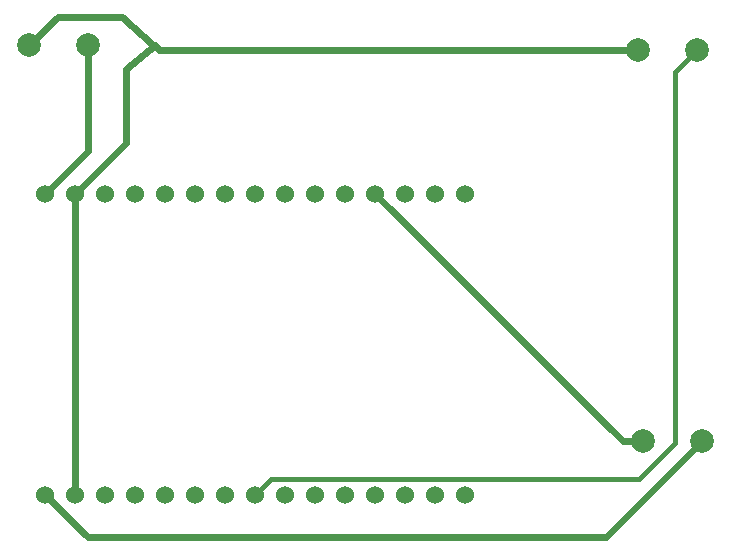
<source format=gbl>
G04 Layer: BottomLayer*
G04 EasyEDA v6.5.51, 2025-10-20 22:37:19*
G04 f616cf4ec58d424a8f3e18252dc3b632,12abd119770744df9ef097ef44d34389,10*
G04 Gerber Generator version 0.2*
G04 Scale: 100 percent, Rotated: No, Reflected: No *
G04 Dimensions in millimeters *
G04 leading zeros omitted , absolute positions ,4 integer and 5 decimal *
%FSLAX45Y45*%
%MOMM*%

%ADD10C,0.6000*%
%ADD11C,0.4000*%
%ADD12C,2.0000*%
%ADD13C,1.5240*%
%ADD14C,0.0149*%

%LPD*%
D10*
X7775956Y4533900D02*
G01*
X3718991Y4533900D01*
X3680891Y4572000D01*
X2619756Y4572000D02*
G01*
X2861056Y4813300D01*
X3111500Y4813300D01*
X3403600Y4813300D01*
X3670300Y4572000D01*
X3683000Y4572000D02*
G01*
X3683000Y4572000D01*
X3441700Y4368800D01*
X3441700Y3746500D01*
X3009900Y3314700D01*
X5549900Y3314705D02*
G01*
X7645405Y1219200D01*
X7814056Y1219200D01*
X2755900Y764796D02*
G01*
X3114291Y406400D01*
X7502143Y406400D01*
X8314943Y1219200D01*
X3120646Y4572005D02*
G01*
X3120646Y3679449D01*
X2755902Y3314705D01*
X3009902Y3314705D02*
G01*
X3009902Y764697D01*
D11*
X8276843Y4533900D02*
G01*
X8089900Y4346955D01*
X8089900Y1206500D01*
X7785100Y901700D01*
X4670806Y901700D01*
X4533900Y764794D01*
D12*
G01*
X8276843Y4533900D03*
G01*
X7775956Y4533900D03*
G01*
X7814056Y1219200D03*
G01*
X8314943Y1219200D03*
D13*
G01*
X6311900Y3314700D03*
G01*
X6057900Y3314700D03*
G01*
X5803900Y3314700D03*
G01*
X5549900Y3314700D03*
G01*
X5295900Y3314700D03*
G01*
X5041900Y3314700D03*
G01*
X4787900Y3314700D03*
G01*
X4533900Y3314700D03*
G01*
X4279900Y3314700D03*
G01*
X4025900Y3314700D03*
G01*
X3771900Y3314700D03*
G01*
X3517900Y3314700D03*
G01*
X3263900Y3314700D03*
G01*
X3009900Y3314700D03*
G01*
X2755900Y3314700D03*
G01*
X2755900Y764692D03*
G01*
X3009900Y764692D03*
G01*
X3263900Y764692D03*
G01*
X3517900Y764692D03*
G01*
X3771900Y764692D03*
G01*
X4025900Y764692D03*
G01*
X4279900Y764692D03*
G01*
X4533900Y764692D03*
G01*
X4787900Y764692D03*
G01*
X5041900Y764692D03*
G01*
X5295900Y764692D03*
G01*
X5549900Y764692D03*
G01*
X5803900Y764692D03*
G01*
X6311900Y764692D03*
G01*
X6057900Y764692D03*
D12*
G01*
X3120643Y4572000D03*
G01*
X2619756Y4572000D03*
M02*

</source>
